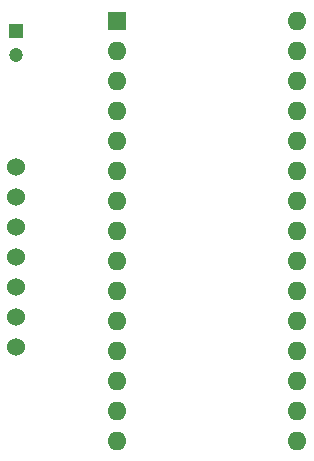
<source format=gbr>
%TF.GenerationSoftware,KiCad,Pcbnew,8.0.2*%
%TF.CreationDate,2024-11-10T18:03:59+01:00*%
%TF.ProjectId,ISP programmer Arduino Nano every,49535020-7072-46f6-9772-616d6d657220,rev?*%
%TF.SameCoordinates,Original*%
%TF.FileFunction,Soldermask,Top*%
%TF.FilePolarity,Negative*%
%FSLAX46Y46*%
G04 Gerber Fmt 4.6, Leading zero omitted, Abs format (unit mm)*
G04 Created by KiCad (PCBNEW 8.0.2) date 2024-11-10 18:03:59*
%MOMM*%
%LPD*%
G01*
G04 APERTURE LIST*
%ADD10R,1.200000X1.200000*%
%ADD11C,1.200000*%
%ADD12C,1.524000*%
%ADD13R,1.600000X1.600000*%
%ADD14O,1.600000X1.600000*%
G04 APERTURE END LIST*
D10*
%TO.C,C1*%
X116000000Y-62500000D03*
D11*
X116000000Y-64500000D03*
%TD*%
D12*
%TO.C,U1*%
X116000000Y-73960000D03*
X116000000Y-76500000D03*
X116000000Y-79040000D03*
X116000000Y-81580000D03*
X116000000Y-84120000D03*
X116000000Y-86660000D03*
X116000000Y-89200000D03*
%TD*%
D13*
%TO.C,A1*%
X124500000Y-61600000D03*
D14*
X124500000Y-64140000D03*
X124500000Y-66680000D03*
X124500000Y-69220000D03*
X124500000Y-71760000D03*
X124500000Y-74300000D03*
X124500000Y-76840000D03*
X124500000Y-79380000D03*
X124500000Y-81920000D03*
X124500000Y-84460000D03*
X124500000Y-87000000D03*
X124500000Y-89540000D03*
X124500000Y-92080000D03*
X124500000Y-94620000D03*
X124500000Y-97160000D03*
X139740000Y-97160000D03*
X139740000Y-94620000D03*
X139740000Y-92080000D03*
X139740000Y-89540000D03*
X139740000Y-87000000D03*
X139740000Y-84460000D03*
X139740000Y-81920000D03*
X139740000Y-79380000D03*
X139740000Y-76840000D03*
X139740000Y-74300000D03*
X139740000Y-71760000D03*
X139740000Y-69220000D03*
X139740000Y-66680000D03*
X139740000Y-64140000D03*
X139740000Y-61600000D03*
%TD*%
M02*

</source>
